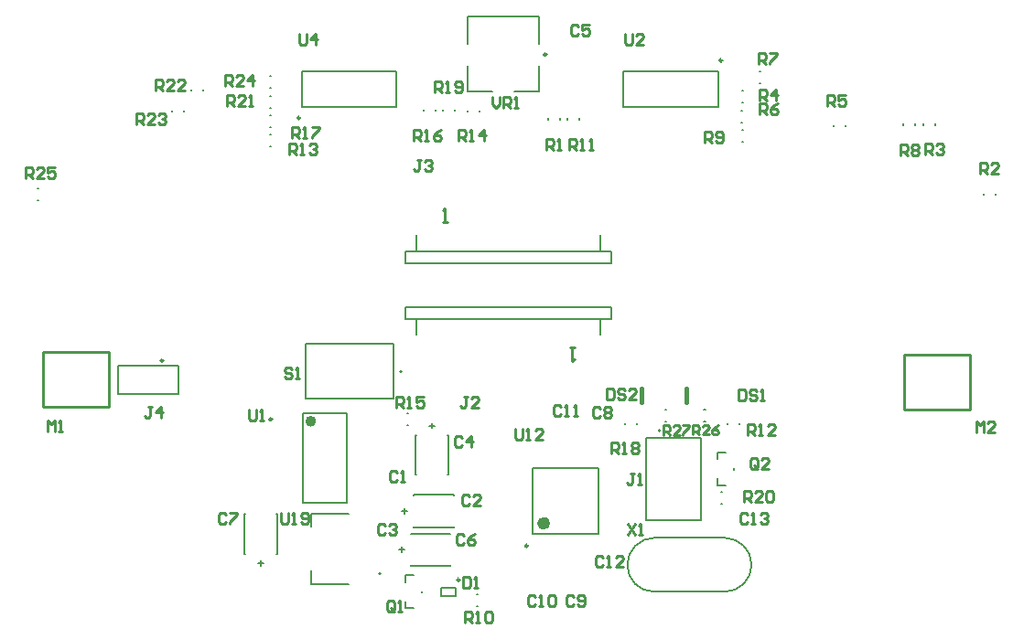
<source format=gto>
G04*
G04 #@! TF.GenerationSoftware,Altium Limited,Altium Designer,23.10.1 (27)*
G04*
G04 Layer_Color=65535*
%FSLAX44Y44*%
%MOMM*%
G71*
G04*
G04 #@! TF.SameCoordinates,E985FA8A-299A-4084-AA3F-4317102C53E2*
G04*
G04*
G04 #@! TF.FilePolarity,Positive*
G04*
G01*
G75*
%ADD10C,0.2500*%
%ADD11C,0.2000*%
%ADD12C,0.1270*%
%ADD13C,0.5000*%
%ADD14C,0.6000*%
%ADD15C,0.2540*%
%ADD16C,0.4000*%
D10*
X515650Y636000D02*
G03*
X515650Y636000I-1250J0D01*
G01*
X870250Y919650D02*
G03*
X870250Y919650I-1250J0D01*
G01*
X642250Y860900D02*
G03*
X642250Y860900I-1250J0D01*
G01*
X1032750Y914100D02*
G03*
X1032750Y914100I-1250J0D01*
G01*
X616229Y581750D02*
G03*
X616229Y581750I-1250J0D01*
G01*
X789900Y433150D02*
G03*
X789900Y433150I-1250J0D01*
G01*
X853000Y464500D02*
G03*
X853000Y464500I-1250J0D01*
G01*
D11*
X736500Y626000D02*
G03*
X736500Y626000I-1000J0D01*
G01*
X717000Y439000D02*
G03*
X717000Y439000I-1000J0D01*
G01*
X975600Y571200D02*
G03*
X975600Y571200I-1000J0D01*
G01*
X529600Y604800D02*
Y631200D01*
X473800D02*
X529600D01*
X473800Y604800D02*
Y631200D01*
Y604800D02*
X529600D01*
X797000Y885050D02*
X819750D01*
X840250D02*
X863000D01*
X797000Y929900D02*
Y954950D01*
Y885050D02*
Y909400D01*
X863000Y885050D02*
Y909400D01*
Y929900D02*
Y954950D01*
X797000D02*
X863000D01*
X614500Y888500D02*
X615500D01*
X614500Y899500D02*
X615500D01*
X614500Y870500D02*
X615500D01*
X614500Y881500D02*
X615500D01*
X731250Y870800D02*
Y904200D01*
X643750D02*
X731250D01*
X643750Y870800D02*
X731250D01*
X643750D02*
Y904200D01*
X614500Y834500D02*
X615500D01*
X614500Y845500D02*
X615500D01*
X756500Y867500D02*
Y868500D01*
X767500Y867500D02*
Y868500D01*
X774500Y867500D02*
Y868500D01*
X785500Y867500D02*
Y868500D01*
X399500Y784500D02*
X400500D01*
X399500Y795500D02*
X400500D01*
X614500Y852500D02*
X615500D01*
X614500Y863500D02*
X615500D01*
X523500Y866500D02*
Y867500D01*
X534500Y866500D02*
Y867500D01*
X541500Y886000D02*
Y887000D01*
X552500Y886000D02*
Y887000D01*
X882500Y859500D02*
Y860500D01*
X871500Y859500D02*
Y860500D01*
X808500Y867000D02*
Y868000D01*
X797500Y867000D02*
Y868000D01*
X900500Y859500D02*
Y860500D01*
X889500Y859500D02*
Y860500D01*
X941250Y870800D02*
Y904200D01*
Y870800D02*
X1028750D01*
X941250Y904200D02*
X1028750D01*
Y870800D02*
Y904200D01*
X1051000Y849500D02*
X1052000D01*
X1051000Y838500D02*
X1052000D01*
X1051000Y886500D02*
X1052000D01*
X1051000Y875500D02*
X1052000D01*
X1050500Y867500D02*
X1051500D01*
X1050500Y856500D02*
X1051500D01*
X1067500Y893500D02*
X1068500D01*
X1067500Y904500D02*
X1068500D01*
X1146500Y853000D02*
Y854000D01*
X1135500Y853000D02*
Y854000D01*
X1274500Y789500D02*
Y790500D01*
X1285500Y789500D02*
Y790500D01*
X1200500Y854500D02*
Y855500D01*
X1211500Y854500D02*
Y855500D01*
X1218500Y854500D02*
Y855500D01*
X1229500Y854500D02*
Y855500D01*
X961900Y488500D02*
Y564700D01*
X1012700Y488500D02*
Y564700D01*
X961900Y488500D02*
X1012700D01*
X961900Y564700D02*
X1012700D01*
X644515Y587500D02*
X685485D01*
Y504500D02*
Y587500D01*
X644515Y504500D02*
X685485D01*
X644515D02*
Y587500D01*
X621000Y457000D02*
Y494000D01*
X591000Y457000D02*
X591600D01*
X620400D02*
X621000D01*
X591000D02*
Y494000D01*
X591600D01*
X620400D02*
X621000D01*
X606000Y446000D02*
Y451000D01*
X603500Y448500D02*
X608500D01*
X744500Y446000D02*
X781500D01*
X744500Y475400D02*
Y476000D01*
Y446000D02*
Y446600D01*
Y476000D02*
X781500D01*
Y475400D02*
Y476000D01*
Y446000D02*
Y446600D01*
X733500Y461000D02*
X738500D01*
X736000Y458500D02*
Y463500D01*
X747250Y482000D02*
X784250D01*
X747250Y511400D02*
Y512000D01*
Y482000D02*
Y482600D01*
Y512000D02*
X784250D01*
Y511400D02*
Y512000D01*
Y482000D02*
Y482600D01*
X736250Y497000D02*
X741250D01*
X738750Y494500D02*
Y499500D01*
X739400Y406800D02*
X747250D01*
X739400Y430750D02*
Y437200D01*
Y406800D02*
Y413250D01*
Y437200D02*
X747250D01*
X754600Y421250D02*
Y422750D01*
X785750Y418000D02*
Y426000D01*
X772250Y418000D02*
Y426000D01*
X785750D01*
X772250Y418000D02*
X785750D01*
X805500Y419500D02*
X806500D01*
X805500Y408500D02*
X806500D01*
X741500Y587500D02*
X742500D01*
X741500Y576500D02*
X742500D01*
X749000Y530500D02*
Y567500D01*
X778400D02*
X779000D01*
X749000D02*
X749600D01*
X779000Y530500D02*
Y567500D01*
X778400Y530500D02*
X779000D01*
X749000D02*
X749600D01*
X764000Y573500D02*
Y578500D01*
X761500Y576000D02*
X766500D01*
X1016000Y579500D02*
X1017000D01*
X1016000Y590500D02*
X1017000D01*
X1048500Y577500D02*
Y578500D01*
X1037500Y577500D02*
Y578500D01*
X1031500Y514500D02*
X1032500D01*
X1031500Y503500D02*
X1032500D01*
X1043600Y535250D02*
Y536750D01*
X1028400Y551200D02*
X1036250D01*
X1028400Y520800D02*
Y527250D01*
Y544750D02*
Y551200D01*
Y520800D02*
X1036250D01*
X980000Y579500D02*
X981000D01*
X980000Y590500D02*
X981000D01*
X953500Y577500D02*
Y578500D01*
X942500Y577500D02*
Y578500D01*
X918500Y475500D02*
Y536500D01*
X857500Y475500D02*
Y536500D01*
X918500D01*
X857500Y475500D02*
X918500D01*
D12*
X944900Y447000D02*
G03*
X969900Y422000I25000J0D01*
G01*
Y472000D02*
G03*
X944900Y447000I0J-25000D01*
G01*
X1034900Y422000D02*
G03*
X1059900Y447000I0J25000D01*
G01*
D02*
G03*
X1034900Y472000I-25000J0D01*
G01*
X647350Y600600D02*
X728650D01*
X647350D02*
Y651400D01*
X728650D01*
Y600600D02*
Y651400D01*
X652500Y429500D02*
Y441900D01*
Y429500D02*
X687500D01*
X652500Y482100D02*
Y494500D01*
X687500D01*
X920000Y737500D02*
Y752500D01*
X750000Y737500D02*
Y752500D01*
X740000Y726500D02*
Y737500D01*
Y726500D02*
X930000D01*
Y737500D01*
X920000D02*
X930000D01*
X750000D02*
X920000D01*
X740000D02*
X750000D01*
X969900Y422000D02*
X1034900D01*
X969900Y472000D02*
X1034900D01*
X920000Y675000D02*
X930000D01*
X750000D02*
X920000D01*
X740000D02*
X750000D01*
X740000D02*
Y686000D01*
X930000D01*
Y675000D02*
Y686000D01*
X920000Y660000D02*
Y675000D01*
X750000Y660000D02*
Y675000D01*
D13*
X654515Y580000D02*
G03*
X654515Y580000I-2500J0D01*
G01*
D14*
X870500Y485500D02*
G03*
X870500Y485500I-3000J0D01*
G01*
D15*
X404280Y644400D02*
X465240D01*
X404280Y593600D02*
X465240D01*
X404280D02*
Y644400D01*
X465240Y593600D02*
Y644400D01*
X1200760Y590600D02*
Y641400D01*
X1261720Y590600D02*
Y641400D01*
X1200760D02*
X1261720D01*
X1200760Y590600D02*
X1261720D01*
X773906Y764495D02*
X778144D01*
X776025D01*
Y777211D01*
X773906Y775092D01*
X896094Y648005D02*
X891856D01*
X893975D01*
Y635289D01*
X896094Y637408D01*
X505007Y593078D02*
X501622D01*
X503315D01*
Y584614D01*
X501622Y582922D01*
X499929D01*
X498236Y584614D01*
X513471Y582922D02*
Y593078D01*
X508393Y588000D01*
X515164D01*
X1267536Y569922D02*
Y580078D01*
X1270922Y576693D01*
X1274307Y580078D01*
Y569922D01*
X1284464D02*
X1277693D01*
X1284464Y576693D01*
Y578386D01*
X1282771Y580078D01*
X1279386D01*
X1277693Y578386D01*
X408749Y570922D02*
Y581078D01*
X412134Y577693D01*
X415520Y581078D01*
Y570922D01*
X418906D02*
X422291D01*
X420598D01*
Y581078D01*
X418906Y579386D01*
X635000Y628386D02*
X633307Y630078D01*
X629922D01*
X628229Y628386D01*
Y626693D01*
X629922Y625000D01*
X633307D01*
X635000Y623307D01*
Y621614D01*
X633307Y619922D01*
X629922D01*
X628229Y621614D01*
X638386Y619922D02*
X641771D01*
X640078D01*
Y630078D01*
X638386Y628386D01*
X754307Y822078D02*
X750922D01*
X752614D01*
Y813614D01*
X750922Y811922D01*
X749229D01*
X747536Y813614D01*
X757693Y820386D02*
X759386Y822078D01*
X762771D01*
X764464Y820386D01*
Y818693D01*
X762771Y817000D01*
X761078D01*
X762771D01*
X764464Y815307D01*
Y813614D01*
X762771Y811922D01*
X759386D01*
X757693Y813614D01*
X797307Y603078D02*
X793922D01*
X795614D01*
Y594614D01*
X793922Y592922D01*
X792229D01*
X790536Y594614D01*
X807464Y592922D02*
X800693D01*
X807464Y599693D01*
Y601386D01*
X805771Y603078D01*
X802386D01*
X800693Y601386D01*
X978400Y567307D02*
Y576194D01*
X982844D01*
X984325Y574712D01*
Y571750D01*
X982844Y570269D01*
X978400D01*
X981363D02*
X984325Y567307D01*
X993212D02*
X987288D01*
X993212Y573231D01*
Y574712D01*
X991731Y576194D01*
X988769D01*
X987288Y574712D01*
X996175Y576194D02*
X1002100D01*
Y574712D01*
X996175Y568788D01*
Y567307D01*
X1005650Y567556D02*
Y576444D01*
X1010094D01*
X1011575Y574962D01*
Y572000D01*
X1010094Y570519D01*
X1005650D01*
X1008613D02*
X1011575Y567556D01*
X1020462D02*
X1014538D01*
X1020462Y573481D01*
Y574962D01*
X1018981Y576444D01*
X1016019D01*
X1014538Y574962D01*
X1029350Y576444D02*
X1026387Y574962D01*
X1023425Y572000D01*
Y569038D01*
X1024906Y567556D01*
X1027868D01*
X1029350Y569038D01*
Y570519D01*
X1027868Y572000D01*
X1023425D01*
X925708Y610078D02*
Y599922D01*
X930786D01*
X932479Y601614D01*
Y608386D01*
X930786Y610078D01*
X925708D01*
X942636Y608386D02*
X940943Y610078D01*
X937557D01*
X935864Y608386D01*
Y606693D01*
X937557Y605000D01*
X940943D01*
X942636Y603307D01*
Y601614D01*
X940943Y599922D01*
X937557D01*
X935864Y601614D01*
X952792Y599922D02*
X946021D01*
X952792Y606693D01*
Y608386D01*
X951099Y610078D01*
X947714D01*
X946021Y608386D01*
X1047651Y609328D02*
Y599172D01*
X1052729D01*
X1054422Y600864D01*
Y607636D01*
X1052729Y609328D01*
X1047651D01*
X1064578Y607636D02*
X1062886Y609328D01*
X1059500D01*
X1057807Y607636D01*
Y605943D01*
X1059500Y604250D01*
X1062886D01*
X1064578Y602557D01*
Y600864D01*
X1062886Y599172D01*
X1059500D01*
X1057807Y600864D01*
X1067964Y599172D02*
X1071349D01*
X1069657D01*
Y609328D01*
X1067964Y607636D01*
X945229Y485078D02*
X952000Y474922D01*
Y485078D02*
X945229Y474922D01*
X955386D02*
X958771D01*
X957078D01*
Y485078D01*
X955386Y483386D01*
X820151Y880078D02*
Y873307D01*
X823536Y869922D01*
X826922Y873307D01*
Y880078D01*
X830307Y869922D02*
Y880078D01*
X835386D01*
X837078Y878386D01*
Y875000D01*
X835386Y873307D01*
X830307D01*
X833693D02*
X837078Y869922D01*
X840464D02*
X843849D01*
X842157D01*
Y880078D01*
X840464Y878386D01*
X624304Y495078D02*
Y486614D01*
X625997Y484922D01*
X629383D01*
X631075Y486614D01*
Y495078D01*
X634461Y484922D02*
X637846D01*
X636154D01*
Y495078D01*
X634461Y493386D01*
X642925Y486614D02*
X644618Y484922D01*
X648003D01*
X649696Y486614D01*
Y493386D01*
X648003Y495078D01*
X644618D01*
X642925Y493386D01*
Y491693D01*
X644618Y490000D01*
X649696D01*
X841248Y573021D02*
Y564557D01*
X842941Y562864D01*
X846326D01*
X848019Y564557D01*
Y573021D01*
X851405Y562864D02*
X854790D01*
X853098D01*
Y573021D01*
X851405Y571328D01*
X866640Y562864D02*
X859869D01*
X866640Y569635D01*
Y571328D01*
X864947Y573021D01*
X861561D01*
X859869Y571328D01*
X641096Y938943D02*
Y930479D01*
X642789Y928786D01*
X646174D01*
X647867Y930479D01*
Y938943D01*
X656331Y928786D02*
Y938943D01*
X651253Y933864D01*
X658024D01*
X942594Y938943D02*
Y930479D01*
X944287Y928786D01*
X947672D01*
X949365Y930479D01*
Y938943D01*
X959522Y928786D02*
X952751D01*
X959522Y935557D01*
Y937250D01*
X957829Y938943D01*
X954444D01*
X952751Y937250D01*
X595229Y591078D02*
Y582614D01*
X596922Y580922D01*
X600307D01*
X602000Y582614D01*
Y591078D01*
X605386Y580922D02*
X608771D01*
X607078D01*
Y591078D01*
X605386Y589386D01*
X388366Y805342D02*
Y815499D01*
X393444D01*
X395137Y813806D01*
Y810420D01*
X393444Y808728D01*
X388366D01*
X391752D02*
X395137Y805342D01*
X405294D02*
X398523D01*
X405294Y812113D01*
Y813806D01*
X403601Y815499D01*
X400215D01*
X398523Y813806D01*
X415451Y815499D02*
X408679D01*
Y810420D01*
X412065Y812113D01*
X413758D01*
X415451Y810420D01*
Y807035D01*
X413758Y805342D01*
X410372D01*
X408679Y807035D01*
X572458Y890922D02*
Y901078D01*
X577536D01*
X579229Y899386D01*
Y896000D01*
X577536Y894307D01*
X572458D01*
X575843D02*
X579229Y890922D01*
X589386D02*
X582614D01*
X589386Y897693D01*
Y899386D01*
X587693Y901078D01*
X584307D01*
X582614Y899386D01*
X597850Y890922D02*
Y901078D01*
X592771Y896000D01*
X599542D01*
X490458Y854922D02*
Y865078D01*
X495536D01*
X497229Y863386D01*
Y860000D01*
X495536Y858307D01*
X490458D01*
X493843D02*
X497229Y854922D01*
X507386D02*
X500614D01*
X507386Y861693D01*
Y863386D01*
X505693Y865078D01*
X502307D01*
X500614Y863386D01*
X510771D02*
X512464Y865078D01*
X515849D01*
X517542Y863386D01*
Y861693D01*
X515849Y860000D01*
X514157D01*
X515849D01*
X517542Y858307D01*
Y856614D01*
X515849Y854922D01*
X512464D01*
X510771Y856614D01*
X508458Y885922D02*
Y896078D01*
X513536D01*
X515229Y894386D01*
Y891000D01*
X513536Y889307D01*
X508458D01*
X511843D02*
X515229Y885922D01*
X525386D02*
X518614D01*
X525386Y892693D01*
Y894386D01*
X523693Y896078D01*
X520307D01*
X518614Y894386D01*
X535542Y885922D02*
X528771D01*
X535542Y892693D01*
Y894386D01*
X533849Y896078D01*
X530464D01*
X528771Y894386D01*
X574151Y871922D02*
Y882078D01*
X579229D01*
X580922Y880386D01*
Y877000D01*
X579229Y875307D01*
X574151D01*
X577536D02*
X580922Y871922D01*
X591078D02*
X584307D01*
X591078Y878693D01*
Y880386D01*
X589386Y882078D01*
X586000D01*
X584307Y880386D01*
X594464Y871922D02*
X597850D01*
X596157D01*
Y882078D01*
X594464Y880386D01*
X1052458Y504922D02*
Y515078D01*
X1057536D01*
X1059229Y513386D01*
Y510000D01*
X1057536Y508307D01*
X1052458D01*
X1055843D02*
X1059229Y504922D01*
X1069386D02*
X1062614D01*
X1069386Y511693D01*
Y513386D01*
X1067693Y515078D01*
X1064307D01*
X1062614Y513386D01*
X1072771D02*
X1074464Y515078D01*
X1077850D01*
X1079542Y513386D01*
Y506614D01*
X1077850Y504922D01*
X1074464D01*
X1072771Y506614D01*
Y513386D01*
X766304Y884922D02*
Y895078D01*
X771383D01*
X773075Y893386D01*
Y890000D01*
X771383Y888307D01*
X766304D01*
X769690D02*
X773075Y884922D01*
X776461D02*
X779846D01*
X778154D01*
Y895078D01*
X776461Y893386D01*
X784925Y886614D02*
X786618Y884922D01*
X790003D01*
X791696Y886614D01*
Y893386D01*
X790003Y895078D01*
X786618D01*
X784925Y893386D01*
Y891693D01*
X786618Y890000D01*
X791696D01*
X930304Y549922D02*
Y560078D01*
X935383D01*
X937075Y558386D01*
Y555000D01*
X935383Y553307D01*
X930304D01*
X933690D02*
X937075Y549922D01*
X940461D02*
X943846D01*
X942154D01*
Y560078D01*
X940461Y558386D01*
X948925D02*
X950618Y560078D01*
X954003D01*
X955696Y558386D01*
Y556693D01*
X954003Y555000D01*
X955696Y553307D01*
Y551614D01*
X954003Y549922D01*
X950618D01*
X948925Y551614D01*
Y553307D01*
X950618Y555000D01*
X948925Y556693D01*
Y558386D01*
X950618Y555000D02*
X954003D01*
X634804Y842422D02*
Y852578D01*
X639883D01*
X641575Y850886D01*
Y847500D01*
X639883Y845807D01*
X634804D01*
X638190D02*
X641575Y842422D01*
X644961D02*
X648346D01*
X646654D01*
Y852578D01*
X644961Y850886D01*
X653425Y852578D02*
X660196D01*
Y850886D01*
X653425Y844114D01*
Y842422D01*
X747304Y839922D02*
Y850078D01*
X752383D01*
X754075Y848386D01*
Y845000D01*
X752383Y843307D01*
X747304D01*
X750690D02*
X754075Y839922D01*
X757461D02*
X760846D01*
X759154D01*
Y850078D01*
X757461Y848386D01*
X772696Y850078D02*
X769310Y848386D01*
X765925Y845000D01*
Y841614D01*
X767618Y839922D01*
X771003D01*
X772696Y841614D01*
Y843307D01*
X771003Y845000D01*
X765925D01*
X731304Y592922D02*
Y603078D01*
X736383D01*
X738075Y601386D01*
Y598000D01*
X736383Y596307D01*
X731304D01*
X734690D02*
X738075Y592922D01*
X741461D02*
X744846D01*
X743154D01*
Y603078D01*
X741461Y601386D01*
X756696Y603078D02*
X749925D01*
Y598000D01*
X753310Y599693D01*
X755003D01*
X756696Y598000D01*
Y594614D01*
X755003Y592922D01*
X751618D01*
X749925Y594614D01*
X788304Y839922D02*
Y850078D01*
X793382D01*
X795075Y848386D01*
Y845000D01*
X793382Y843307D01*
X788304D01*
X791690D02*
X795075Y839922D01*
X798461D02*
X801846D01*
X800154D01*
Y850078D01*
X798461Y848386D01*
X812003Y839922D02*
Y850078D01*
X806925Y845000D01*
X813696D01*
X632304Y827422D02*
Y837578D01*
X637383D01*
X639075Y835886D01*
Y832500D01*
X637383Y830807D01*
X632304D01*
X635690D02*
X639075Y827422D01*
X642461D02*
X645846D01*
X644154D01*
Y837578D01*
X642461Y835886D01*
X650925D02*
X652618Y837578D01*
X656003D01*
X657696Y835886D01*
Y834193D01*
X656003Y832500D01*
X654310D01*
X656003D01*
X657696Y830807D01*
Y829114D01*
X656003Y827422D01*
X652618D01*
X650925Y829114D01*
X1056304Y566922D02*
Y577078D01*
X1061383D01*
X1063075Y575386D01*
Y572000D01*
X1061383Y570307D01*
X1056304D01*
X1059690D02*
X1063075Y566922D01*
X1066461D02*
X1069846D01*
X1068154D01*
Y577078D01*
X1066461Y575386D01*
X1081696Y566922D02*
X1074925D01*
X1081696Y573693D01*
Y575386D01*
X1080003Y577078D01*
X1076618D01*
X1074925Y575386D01*
X890997Y830922D02*
Y841078D01*
X896075D01*
X897768Y839386D01*
Y836000D01*
X896075Y834307D01*
X890997D01*
X894382D02*
X897768Y830922D01*
X901154D02*
X904539D01*
X902846D01*
Y841078D01*
X901154Y839386D01*
X909618Y830922D02*
X913003D01*
X911310D01*
Y841078D01*
X909618Y839386D01*
X794554Y393672D02*
Y403828D01*
X799632D01*
X801325Y402136D01*
Y398750D01*
X799632Y397057D01*
X794554D01*
X797940D02*
X801325Y393672D01*
X804711D02*
X808096D01*
X806404D01*
Y403828D01*
X804711Y402136D01*
X813175D02*
X814868Y403828D01*
X818253D01*
X819946Y402136D01*
Y395364D01*
X818253Y393672D01*
X814868D01*
X813175Y395364D01*
Y402136D01*
X1016536Y837922D02*
Y848078D01*
X1021614D01*
X1023307Y846386D01*
Y843000D01*
X1021614Y841307D01*
X1016536D01*
X1019922D02*
X1023307Y837922D01*
X1026693Y839614D02*
X1028386Y837922D01*
X1031771D01*
X1033464Y839614D01*
Y846386D01*
X1031771Y848078D01*
X1028386D01*
X1026693Y846386D01*
Y844693D01*
X1028386Y843000D01*
X1033464D01*
X1197536Y825922D02*
Y836078D01*
X1202614D01*
X1204307Y834386D01*
Y831000D01*
X1202614Y829307D01*
X1197536D01*
X1200922D02*
X1204307Y825922D01*
X1207693Y834386D02*
X1209386Y836078D01*
X1212771D01*
X1214464Y834386D01*
Y832693D01*
X1212771Y831000D01*
X1214464Y829307D01*
Y827614D01*
X1212771Y825922D01*
X1209386D01*
X1207693Y827614D01*
Y829307D01*
X1209386Y831000D01*
X1207693Y832693D01*
Y834386D01*
X1209386Y831000D02*
X1212771D01*
X1066536Y910922D02*
Y921078D01*
X1071614D01*
X1073307Y919386D01*
Y916000D01*
X1071614Y914307D01*
X1066536D01*
X1069922D02*
X1073307Y910922D01*
X1076693Y921078D02*
X1083464D01*
Y919386D01*
X1076693Y912614D01*
Y910922D01*
X1067536Y863922D02*
Y874078D01*
X1072614D01*
X1074307Y872386D01*
Y869000D01*
X1072614Y867307D01*
X1067536D01*
X1070922D02*
X1074307Y863922D01*
X1084464Y874078D02*
X1081078Y872386D01*
X1077693Y869000D01*
Y865614D01*
X1079386Y863922D01*
X1082771D01*
X1084464Y865614D01*
Y867307D01*
X1082771Y869000D01*
X1077693D01*
X1129536Y871922D02*
Y882078D01*
X1134614D01*
X1136307Y880386D01*
Y877000D01*
X1134614Y875307D01*
X1129536D01*
X1132922D02*
X1136307Y871922D01*
X1146464Y882078D02*
X1139693D01*
Y877000D01*
X1143078Y878693D01*
X1144771D01*
X1146464Y877000D01*
Y873614D01*
X1144771Y871922D01*
X1141386D01*
X1139693Y873614D01*
X1067536Y876922D02*
Y887078D01*
X1072614D01*
X1074307Y885386D01*
Y882000D01*
X1072614Y880307D01*
X1067536D01*
X1070922D02*
X1074307Y876922D01*
X1082771D02*
Y887078D01*
X1077693Y882000D01*
X1084464D01*
X1220536Y826922D02*
Y837078D01*
X1225614D01*
X1227307Y835386D01*
Y832000D01*
X1225614Y830307D01*
X1220536D01*
X1223922D02*
X1227307Y826922D01*
X1230693Y835386D02*
X1232386Y837078D01*
X1235771D01*
X1237464Y835386D01*
Y833693D01*
X1235771Y832000D01*
X1234078D01*
X1235771D01*
X1237464Y830307D01*
Y828614D01*
X1235771Y826922D01*
X1232386D01*
X1230693Y828614D01*
X1271536Y808922D02*
Y819078D01*
X1276614D01*
X1278307Y817386D01*
Y814000D01*
X1276614Y812307D01*
X1271536D01*
X1274922D02*
X1278307Y808922D01*
X1288464D02*
X1281693D01*
X1288464Y815693D01*
Y817386D01*
X1286771Y819078D01*
X1283386D01*
X1281693Y817386D01*
X870229Y830922D02*
Y841078D01*
X875307D01*
X877000Y839386D01*
Y836000D01*
X875307Y834307D01*
X870229D01*
X873614D02*
X877000Y830922D01*
X880386D02*
X883771D01*
X882078D01*
Y841078D01*
X880386Y839386D01*
X1065307Y537614D02*
Y544386D01*
X1063614Y546078D01*
X1060229D01*
X1058536Y544386D01*
Y537614D01*
X1060229Y535922D01*
X1063614D01*
X1061922Y539307D02*
X1065307Y535922D01*
X1063614D02*
X1065307Y537614D01*
X1075464Y535922D02*
X1068693D01*
X1075464Y542693D01*
Y544386D01*
X1073771Y546078D01*
X1070386D01*
X1068693Y544386D01*
X729500Y405114D02*
Y411886D01*
X727807Y413578D01*
X724422D01*
X722729Y411886D01*
Y405114D01*
X724422Y403422D01*
X727807D01*
X726114Y406807D02*
X729500Y403422D01*
X727807D02*
X729500Y405114D01*
X732886Y403422D02*
X736271D01*
X734578D01*
Y413578D01*
X732886Y411886D01*
X951000Y531328D02*
X947614D01*
X949307D01*
Y522864D01*
X947614Y521172D01*
X945922D01*
X944229Y522864D01*
X954386Y521172D02*
X957771D01*
X956078D01*
Y531328D01*
X954386Y529636D01*
X792729Y435828D02*
Y425672D01*
X797807D01*
X799500Y427364D01*
Y434136D01*
X797807Y435828D01*
X792729D01*
X802886Y425672D02*
X806271D01*
X804578D01*
Y435828D01*
X802886Y434136D01*
X1056075Y493386D02*
X1054382Y495078D01*
X1050997D01*
X1049304Y493386D01*
Y486614D01*
X1050997Y484922D01*
X1054382D01*
X1056075Y486614D01*
X1059461Y484922D02*
X1062846D01*
X1061154D01*
Y495078D01*
X1059461Y493386D01*
X1067925D02*
X1069618Y495078D01*
X1073003D01*
X1074696Y493386D01*
Y491693D01*
X1073003Y490000D01*
X1071310D01*
X1073003D01*
X1074696Y488307D01*
Y486614D01*
X1073003Y484922D01*
X1069618D01*
X1067925Y486614D01*
X922075Y453386D02*
X920383Y455078D01*
X916997D01*
X915304Y453386D01*
Y446614D01*
X916997Y444922D01*
X920383D01*
X922075Y446614D01*
X925461Y444922D02*
X928846D01*
X927154D01*
Y455078D01*
X925461Y453386D01*
X940696Y444922D02*
X933925D01*
X940696Y451693D01*
Y453386D01*
X939003Y455078D01*
X935618D01*
X933925Y453386D01*
X883768Y593386D02*
X882075Y595078D01*
X878690D01*
X876997Y593386D01*
Y586614D01*
X878690Y584922D01*
X882075D01*
X883768Y586614D01*
X887154Y584922D02*
X890539D01*
X888846D01*
Y595078D01*
X887154Y593386D01*
X895618Y584922D02*
X899003D01*
X897310D01*
Y595078D01*
X895618Y593386D01*
X860075Y417386D02*
X858382Y419078D01*
X854997D01*
X853304Y417386D01*
Y410614D01*
X854997Y408922D01*
X858382D01*
X860075Y410614D01*
X863461Y408922D02*
X866846D01*
X865154D01*
Y419078D01*
X863461Y417386D01*
X871925D02*
X873618Y419078D01*
X877003D01*
X878696Y417386D01*
Y410614D01*
X877003Y408922D01*
X873618D01*
X871925Y410614D01*
Y417386D01*
X895307D02*
X893614Y419078D01*
X890229D01*
X888536Y417386D01*
Y410614D01*
X890229Y408922D01*
X893614D01*
X895307Y410614D01*
X898693D02*
X900386Y408922D01*
X903771D01*
X905464Y410614D01*
Y417386D01*
X903771Y419078D01*
X900386D01*
X898693Y417386D01*
Y415693D01*
X900386Y414000D01*
X905464D01*
X920307Y591386D02*
X918614Y593078D01*
X915229D01*
X913536Y591386D01*
Y584614D01*
X915229Y582922D01*
X918614D01*
X920307Y584614D01*
X923693Y591386D02*
X925386Y593078D01*
X928771D01*
X930464Y591386D01*
Y589693D01*
X928771Y588000D01*
X930464Y586307D01*
Y584614D01*
X928771Y582922D01*
X925386D01*
X923693Y584614D01*
Y586307D01*
X925386Y588000D01*
X923693Y589693D01*
Y591386D01*
X925386Y588000D02*
X928771D01*
X573307Y493386D02*
X571614Y495078D01*
X568229D01*
X566536Y493386D01*
Y486614D01*
X568229Y484922D01*
X571614D01*
X573307Y486614D01*
X576693Y495078D02*
X583464D01*
Y493386D01*
X576693Y486614D01*
Y484922D01*
X793807Y473886D02*
X792114Y475578D01*
X788729D01*
X787036Y473886D01*
Y467114D01*
X788729Y465422D01*
X792114D01*
X793807Y467114D01*
X803964Y475578D02*
X800578Y473886D01*
X797193Y470500D01*
Y467114D01*
X798886Y465422D01*
X802271D01*
X803964Y467114D01*
Y468807D01*
X802271Y470500D01*
X797193D01*
X899307Y945386D02*
X897614Y947078D01*
X894229D01*
X892536Y945386D01*
Y938614D01*
X894229Y936922D01*
X897614D01*
X899307Y938614D01*
X909464Y947078D02*
X902693D01*
Y942000D01*
X906078Y943693D01*
X907771D01*
X909464Y942000D01*
Y938614D01*
X907771Y936922D01*
X904386D01*
X902693Y938614D01*
X792307Y564386D02*
X790614Y566078D01*
X787229D01*
X785536Y564386D01*
Y557614D01*
X787229Y555922D01*
X790614D01*
X792307Y557614D01*
X800771Y555922D02*
Y566078D01*
X795693Y561000D01*
X802464D01*
X720557Y483386D02*
X718864Y485078D01*
X715479D01*
X713786Y483386D01*
Y476614D01*
X715479Y474922D01*
X718864D01*
X720557Y476614D01*
X723943Y483386D02*
X725636Y485078D01*
X729021D01*
X730714Y483386D01*
Y481693D01*
X729021Y480000D01*
X727328D01*
X729021D01*
X730714Y478307D01*
Y476614D01*
X729021Y474922D01*
X725636D01*
X723943Y476614D01*
X799057Y510386D02*
X797364Y512078D01*
X793979D01*
X792286Y510386D01*
Y503614D01*
X793979Y501922D01*
X797364D01*
X799057Y503614D01*
X809214Y501922D02*
X802443D01*
X809214Y508693D01*
Y510386D01*
X807521Y512078D01*
X804136D01*
X802443Y510386D01*
X732000Y532386D02*
X730307Y534078D01*
X726922D01*
X725229Y532386D01*
Y525614D01*
X726922Y523922D01*
X730307D01*
X732000Y525614D01*
X735386Y523922D02*
X738771D01*
X737078D01*
Y534078D01*
X735386Y532386D01*
D16*
X999500Y598000D02*
Y610500D01*
X957750Y597750D02*
Y610250D01*
M02*

</source>
